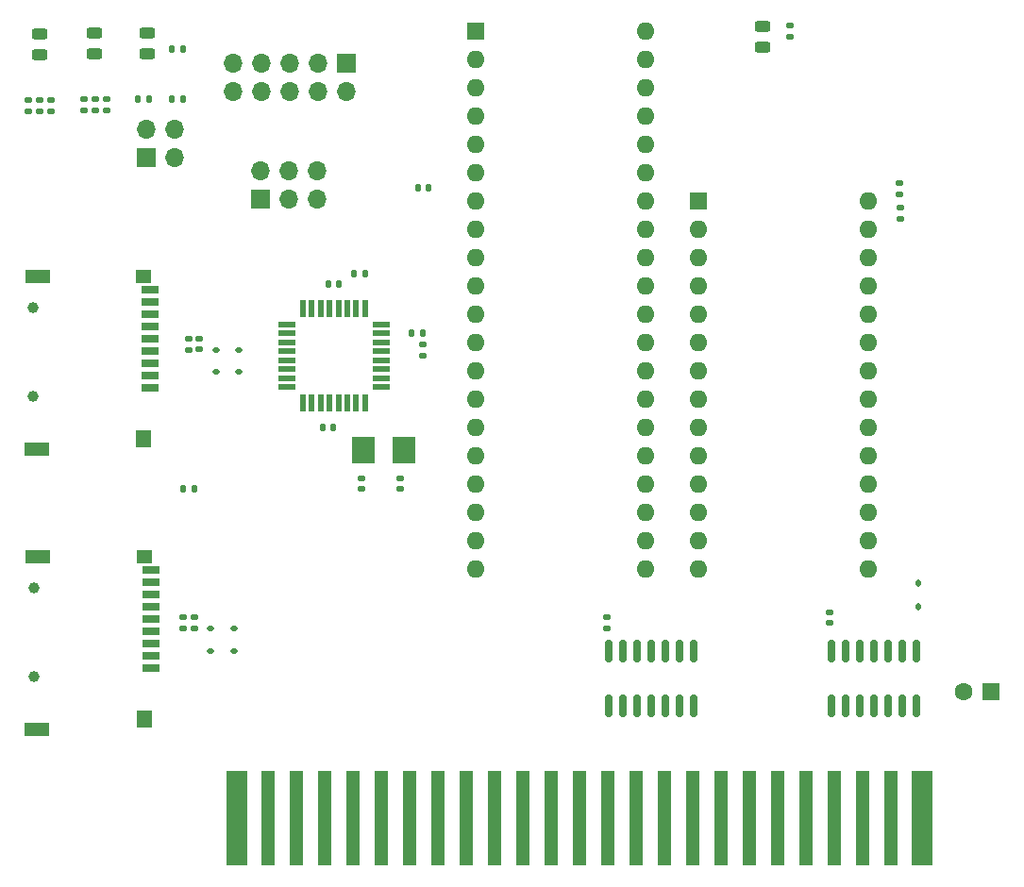
<source format=gts>
G04 #@! TF.GenerationSoftware,KiCad,Pcbnew,8.0.8*
G04 #@! TF.CreationDate,2025-02-14T11:24:39-05:00*
G04 #@! TF.ProjectId,Apple2CardCR,4170706c-6532-4436-9172-6443522e6b69,CR1.0A*
G04 #@! TF.SameCoordinates,Original*
G04 #@! TF.FileFunction,Soldermask,Top*
G04 #@! TF.FilePolarity,Negative*
%FSLAX46Y46*%
G04 Gerber Fmt 4.6, Leading zero omitted, Abs format (unit mm)*
G04 Created by KiCad (PCBNEW 8.0.8) date 2025-02-14 11:24:39*
%MOMM*%
%LPD*%
G01*
G04 APERTURE LIST*
G04 Aperture macros list*
%AMRoundRect*
0 Rectangle with rounded corners*
0 $1 Rounding radius*
0 $2 $3 $4 $5 $6 $7 $8 $9 X,Y pos of 4 corners*
0 Add a 4 corners polygon primitive as box body*
4,1,4,$2,$3,$4,$5,$6,$7,$8,$9,$2,$3,0*
0 Add four circle primitives for the rounded corners*
1,1,$1+$1,$2,$3*
1,1,$1+$1,$4,$5*
1,1,$1+$1,$6,$7*
1,1,$1+$1,$8,$9*
0 Add four rect primitives between the rounded corners*
20,1,$1+$1,$2,$3,$4,$5,0*
20,1,$1+$1,$4,$5,$6,$7,0*
20,1,$1+$1,$6,$7,$8,$9,0*
20,1,$1+$1,$8,$9,$2,$3,0*%
G04 Aperture macros list end*
%ADD10RoundRect,0.140000X-0.170000X0.140000X-0.170000X-0.140000X0.170000X-0.140000X0.170000X0.140000X0*%
%ADD11RoundRect,0.135000X-0.185000X0.135000X-0.185000X-0.135000X0.185000X-0.135000X0.185000X0.135000X0*%
%ADD12RoundRect,0.135000X-0.135000X-0.185000X0.135000X-0.185000X0.135000X0.185000X-0.135000X0.185000X0*%
%ADD13RoundRect,0.112500X0.112500X-0.187500X0.112500X0.187500X-0.112500X0.187500X-0.112500X-0.187500X0*%
%ADD14RoundRect,0.243750X0.456250X-0.243750X0.456250X0.243750X-0.456250X0.243750X-0.456250X-0.243750X0*%
%ADD15RoundRect,0.112500X-0.187500X-0.112500X0.187500X-0.112500X0.187500X0.112500X-0.187500X0.112500X0*%
%ADD16RoundRect,0.140000X0.170000X-0.140000X0.170000X0.140000X-0.170000X0.140000X-0.170000X-0.140000X0*%
%ADD17R,1.400000X1.600000*%
%ADD18C,1.000000*%
%ADD19R,2.200000X1.200000*%
%ADD20R,1.600000X0.700000*%
%ADD21R,1.400000X1.200000*%
%ADD22RoundRect,0.140000X0.140000X0.170000X-0.140000X0.170000X-0.140000X-0.170000X0.140000X-0.170000X0*%
%ADD23R,1.900000X8.530000*%
%ADD24R,1.270000X8.530000*%
%ADD25R,1.910000X8.530000*%
%ADD26RoundRect,0.112500X0.187500X0.112500X-0.187500X0.112500X-0.187500X-0.112500X0.187500X-0.112500X0*%
%ADD27R,0.550000X1.600000*%
%ADD28R,1.600000X0.550000*%
%ADD29R,1.700000X1.700000*%
%ADD30O,1.700000X1.700000*%
%ADD31R,2.000000X2.400000*%
%ADD32RoundRect,0.150000X0.150000X-0.825000X0.150000X0.825000X-0.150000X0.825000X-0.150000X-0.825000X0*%
%ADD33R,1.600000X1.600000*%
%ADD34O,1.600000X1.600000*%
%ADD35RoundRect,0.135000X0.185000X-0.135000X0.185000X0.135000X-0.185000X0.135000X-0.185000X-0.135000X0*%
%ADD36RoundRect,0.135000X0.135000X0.185000X-0.135000X0.185000X-0.135000X-0.185000X0.135000X-0.185000X0*%
%ADD37C,1.600000*%
G04 APERTURE END LIST*
D10*
G04 #@! TO.C,C2*
X131500000Y-68520000D03*
X131500000Y-69480000D03*
G04 #@! TD*
D11*
G04 #@! TO.C,R24*
X106650000Y-34550000D03*
X106650000Y-35570000D03*
G04 #@! TD*
D12*
G04 #@! TO.C,R15*
X115490000Y-69500000D03*
X116510000Y-69500000D03*
G04 #@! TD*
D13*
G04 #@! TO.C,D8*
X181500000Y-80050000D03*
X181500000Y-77950000D03*
G04 #@! TD*
D14*
G04 #@! TO.C,D1*
X107550000Y-30487500D03*
X107550000Y-28612500D03*
G04 #@! TD*
D15*
G04 #@! TO.C,D5*
X117950000Y-82000000D03*
X120050000Y-82000000D03*
G04 #@! TD*
D16*
G04 #@! TO.C,C8*
X179800000Y-43040000D03*
X179800000Y-42080000D03*
G04 #@! TD*
D17*
G04 #@! TO.C,U5*
X112020000Y-90160000D03*
D18*
X102120000Y-86360000D03*
X102120000Y-78360000D03*
D19*
X102520000Y-75560000D03*
D20*
X112620000Y-85560000D03*
X112620000Y-84460000D03*
X112620000Y-83360000D03*
X112620000Y-82260000D03*
X112620000Y-81160000D03*
X112620000Y-80060000D03*
X112620000Y-78960000D03*
X112620000Y-77860000D03*
X112620000Y-76760000D03*
D21*
X112020000Y-75560000D03*
D19*
X102420000Y-91060000D03*
G04 #@! TD*
D14*
G04 #@! TO.C,D11*
X112311000Y-30487500D03*
X112311000Y-28612500D03*
G04 #@! TD*
D16*
G04 #@! TO.C,C10*
X153500000Y-81980000D03*
X153500000Y-81020000D03*
G04 #@! TD*
D22*
G04 #@! TO.C,C9*
X128980000Y-64000000D03*
X128020000Y-64000000D03*
G04 #@! TD*
D16*
G04 #@! TO.C,C6*
X117000000Y-56980000D03*
X117000000Y-56020000D03*
G04 #@! TD*
D12*
G04 #@! TO.C,R3*
X114490000Y-34500000D03*
X115510000Y-34500000D03*
G04 #@! TD*
D14*
G04 #@! TO.C,D9*
X102650000Y-30550000D03*
X102650000Y-28675000D03*
G04 #@! TD*
D23*
G04 #@! TO.C,BUS1*
X120386000Y-99050000D03*
D24*
X123180000Y-99050000D03*
X125720000Y-99050000D03*
X128260000Y-99050000D03*
X130800000Y-99050000D03*
X133340000Y-99050000D03*
X135880000Y-99050000D03*
X138420000Y-99050000D03*
X140960000Y-99050000D03*
X143500000Y-99050000D03*
X146040000Y-99050000D03*
X148580000Y-99050000D03*
X151120000Y-99050000D03*
X153660000Y-99050000D03*
X156200000Y-99050000D03*
X158740000Y-99050000D03*
X161280000Y-99050000D03*
X163820000Y-99050000D03*
X166360000Y-99050000D03*
X168900000Y-99050000D03*
X171440000Y-99050000D03*
X173980000Y-99050000D03*
X176520000Y-99050000D03*
X179060000Y-99050000D03*
D25*
X181854000Y-99050000D03*
G04 #@! TD*
D11*
G04 #@! TO.C,R13*
X103650000Y-34602500D03*
X103650000Y-35622500D03*
G04 #@! TD*
D26*
G04 #@! TO.C,D4*
X120550000Y-59000000D03*
X118450000Y-59000000D03*
G04 #@! TD*
D27*
G04 #@! TO.C,U1*
X126250000Y-61800000D03*
X127050000Y-61800000D03*
X127850000Y-61800000D03*
X128650000Y-61800000D03*
X129450000Y-61800000D03*
X130250000Y-61800000D03*
X131050000Y-61800000D03*
X131850000Y-61800000D03*
D28*
X133300000Y-60350000D03*
X133300000Y-59550000D03*
X133300000Y-58750000D03*
X133300000Y-57950000D03*
X133300000Y-57150000D03*
X133300000Y-56350000D03*
X133300000Y-55550000D03*
X133300000Y-54750000D03*
D27*
X131850000Y-53300000D03*
X131050000Y-53300000D03*
X130250000Y-53300000D03*
X129450000Y-53300000D03*
X128650000Y-53300000D03*
X127850000Y-53300000D03*
X127050000Y-53300000D03*
X126250000Y-53300000D03*
D28*
X124800000Y-54750000D03*
X124800000Y-55550000D03*
X124800000Y-56350000D03*
X124800000Y-57150000D03*
X124800000Y-57950000D03*
X124800000Y-58750000D03*
X124800000Y-59550000D03*
X124800000Y-60350000D03*
G04 #@! TD*
D29*
G04 #@! TO.C,J2*
X112225000Y-39775000D03*
D30*
X112225000Y-37235000D03*
X114765000Y-39775000D03*
X114765000Y-37235000D03*
G04 #@! TD*
D31*
G04 #@! TO.C,Y1*
X131650000Y-66000000D03*
X135350000Y-66000000D03*
G04 #@! TD*
D11*
G04 #@! TO.C,R26*
X101650000Y-34602500D03*
X101650000Y-35622500D03*
G04 #@! TD*
D12*
G04 #@! TO.C,R25*
X114490000Y-30050000D03*
X115510000Y-30050000D03*
G04 #@! TD*
D11*
G04 #@! TO.C,R16*
X137000000Y-56490000D03*
X137000000Y-57510000D03*
G04 #@! TD*
D32*
G04 #@! TO.C,U2*
X153690000Y-88975000D03*
X154960000Y-88975000D03*
X156230000Y-88975000D03*
X157500000Y-88975000D03*
X158770000Y-88975000D03*
X160040000Y-88975000D03*
X161310000Y-88975000D03*
X161310000Y-84025000D03*
X160040000Y-84025000D03*
X158770000Y-84025000D03*
X157500000Y-84025000D03*
X156230000Y-84025000D03*
X154960000Y-84025000D03*
X153690000Y-84025000D03*
G04 #@! TD*
D17*
G04 #@! TO.C,U6*
X111982000Y-65018000D03*
D18*
X102082000Y-61218000D03*
X102082000Y-53218000D03*
D19*
X102482000Y-50418000D03*
D20*
X112582000Y-60418000D03*
X112582000Y-59318000D03*
X112582000Y-58218000D03*
X112582000Y-57118000D03*
X112582000Y-56018000D03*
X112582000Y-54918000D03*
X112582000Y-53818000D03*
X112582000Y-52718000D03*
X112582000Y-51618000D03*
D21*
X111982000Y-50418000D03*
D19*
X102382000Y-65918000D03*
G04 #@! TD*
D33*
G04 #@! TO.C,U4*
X141760000Y-28440000D03*
D34*
X141760000Y-30980000D03*
X141760000Y-33520000D03*
X141760000Y-36060000D03*
X141760000Y-38600000D03*
X141760000Y-41140000D03*
X141760000Y-43680000D03*
X141760000Y-46220000D03*
X141760000Y-48760000D03*
X141760000Y-51300000D03*
X141760000Y-53840000D03*
X141760000Y-56380000D03*
X141760000Y-58920000D03*
X141760000Y-61460000D03*
X141760000Y-64000000D03*
X141760000Y-66540000D03*
X141760000Y-69080000D03*
X141760000Y-71620000D03*
X141760000Y-74160000D03*
X141760000Y-76700000D03*
X157000000Y-76700000D03*
X157000000Y-74160000D03*
X157000000Y-71620000D03*
X157000000Y-69080000D03*
X157000000Y-66540000D03*
X157000000Y-64000000D03*
X157000000Y-61460000D03*
X157000000Y-58920000D03*
X157000000Y-56380000D03*
X157000000Y-53840000D03*
X157000000Y-51300000D03*
X157000000Y-48760000D03*
X157000000Y-46220000D03*
X157000000Y-43680000D03*
X157000000Y-41140000D03*
X157000000Y-38600000D03*
X157000000Y-36060000D03*
X157000000Y-33520000D03*
X157000000Y-30980000D03*
X157000000Y-28440000D03*
G04 #@! TD*
D11*
G04 #@! TO.C,R12*
X116000000Y-55990000D03*
X116000000Y-57010000D03*
G04 #@! TD*
D12*
G04 #@! TO.C,R2*
X111490000Y-34500000D03*
X112510000Y-34500000D03*
G04 #@! TD*
D16*
G04 #@! TO.C,C5*
X116500000Y-81980000D03*
X116500000Y-81020000D03*
G04 #@! TD*
D32*
G04 #@! TO.C,U3*
X173690000Y-88975000D03*
X174960000Y-88975000D03*
X176230000Y-88975000D03*
X177500000Y-88975000D03*
X178770000Y-88975000D03*
X180040000Y-88975000D03*
X181310000Y-88975000D03*
X181310000Y-84025000D03*
X180040000Y-84025000D03*
X178770000Y-84025000D03*
X177500000Y-84025000D03*
X176230000Y-84025000D03*
X174960000Y-84025000D03*
X173690000Y-84025000D03*
G04 #@! TD*
D10*
G04 #@! TO.C,C3*
X135000000Y-68520000D03*
X135000000Y-69480000D03*
G04 #@! TD*
D35*
G04 #@! TO.C,R19*
X170000000Y-28947500D03*
X170000000Y-27927500D03*
G04 #@! TD*
D36*
G04 #@! TO.C,R9*
X131860000Y-50150000D03*
X130840000Y-50150000D03*
G04 #@! TD*
D11*
G04 #@! TO.C,R1*
X179840000Y-44240000D03*
X179840000Y-45260000D03*
G04 #@! TD*
D33*
G04 #@! TO.C,U9*
X161760000Y-43680000D03*
D34*
X161760000Y-46220000D03*
X161760000Y-48760000D03*
X161760000Y-51300000D03*
X161760000Y-53840000D03*
X161760000Y-56380000D03*
X161760000Y-58920000D03*
X161760000Y-61460000D03*
X161760000Y-64000000D03*
X161760000Y-66540000D03*
X161760000Y-69080000D03*
X161760000Y-71620000D03*
X161760000Y-74160000D03*
X161760000Y-76700000D03*
X177000000Y-76700000D03*
X177000000Y-74160000D03*
X177000000Y-71620000D03*
X177000000Y-69080000D03*
X177000000Y-66540000D03*
X177000000Y-64000000D03*
X177000000Y-61460000D03*
X177000000Y-58920000D03*
X177000000Y-56380000D03*
X177000000Y-53840000D03*
X177000000Y-51300000D03*
X177000000Y-48760000D03*
X177000000Y-46220000D03*
X177000000Y-43680000D03*
G04 #@! TD*
D26*
G04 #@! TO.C,D3*
X120050000Y-84050000D03*
X117950000Y-84050000D03*
G04 #@! TD*
D35*
G04 #@! TO.C,R10*
X102650000Y-35622500D03*
X102650000Y-34602500D03*
G04 #@! TD*
D14*
G04 #@! TO.C,D10*
X167500000Y-29875000D03*
X167500000Y-28000000D03*
G04 #@! TD*
D11*
G04 #@! TO.C,R14*
X108650000Y-34540000D03*
X108650000Y-35560000D03*
G04 #@! TD*
D36*
G04 #@! TO.C,R17*
X137010000Y-55500000D03*
X135990000Y-55500000D03*
G04 #@! TD*
D29*
G04 #@! TO.C,J1*
X122475000Y-43475000D03*
D30*
X122475000Y-40935000D03*
X125015000Y-43475000D03*
X125015000Y-40935000D03*
X127555000Y-43475000D03*
X127555000Y-40935000D03*
G04 #@! TD*
D16*
G04 #@! TO.C,C11*
X173551000Y-81524000D03*
X173551000Y-80564000D03*
G04 #@! TD*
D11*
G04 #@! TO.C,R11*
X115500000Y-80990000D03*
X115500000Y-82010000D03*
G04 #@! TD*
D29*
G04 #@! TO.C,J6*
X130125000Y-31275000D03*
D30*
X130125000Y-33815000D03*
X127585000Y-31275000D03*
X127585000Y-33815000D03*
X125045000Y-31275000D03*
X125045000Y-33815000D03*
X122505000Y-31275000D03*
X122505000Y-33815000D03*
X119965000Y-31275000D03*
X119965000Y-33815000D03*
G04 #@! TD*
D22*
G04 #@! TO.C,C7*
X137540000Y-42470000D03*
X136580000Y-42470000D03*
G04 #@! TD*
D33*
G04 #@! TO.C,C14*
X188000000Y-87705100D03*
D37*
X185500000Y-87705100D03*
G04 #@! TD*
D35*
G04 #@! TO.C,R8*
X107650000Y-35570000D03*
X107650000Y-34550000D03*
G04 #@! TD*
D22*
G04 #@! TO.C,C1*
X129480000Y-51100000D03*
X128520000Y-51100000D03*
G04 #@! TD*
D15*
G04 #@! TO.C,D6*
X118450000Y-57000000D03*
X120550000Y-57000000D03*
G04 #@! TD*
M02*

</source>
